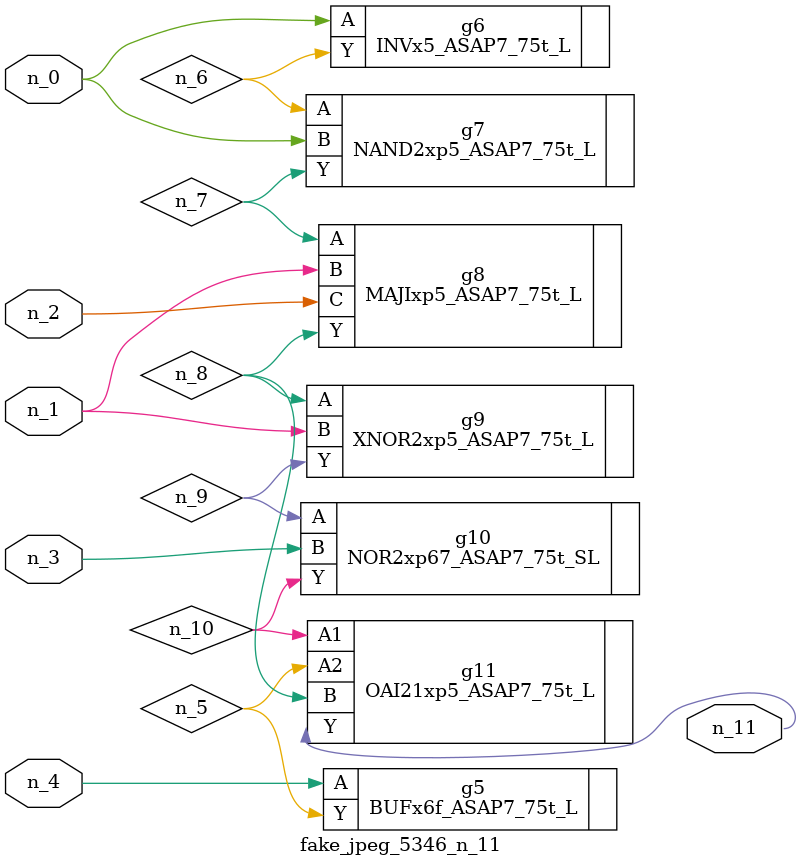
<source format=v>
module fake_jpeg_5346_n_11 (n_3, n_2, n_1, n_0, n_4, n_11);

input n_3;
input n_2;
input n_1;
input n_0;
input n_4;

output n_11;

wire n_10;
wire n_8;
wire n_9;
wire n_6;
wire n_5;
wire n_7;

BUFx6f_ASAP7_75t_L g5 ( 
.A(n_4),
.Y(n_5)
);

INVx5_ASAP7_75t_L g6 ( 
.A(n_0),
.Y(n_6)
);

NAND2xp5_ASAP7_75t_L g7 ( 
.A(n_6),
.B(n_0),
.Y(n_7)
);

MAJIxp5_ASAP7_75t_L g8 ( 
.A(n_7),
.B(n_1),
.C(n_2),
.Y(n_8)
);

XNOR2xp5_ASAP7_75t_L g9 ( 
.A(n_8),
.B(n_1),
.Y(n_9)
);

NOR2xp67_ASAP7_75t_SL g10 ( 
.A(n_9),
.B(n_3),
.Y(n_10)
);

OAI21xp5_ASAP7_75t_L g11 ( 
.A1(n_10),
.A2(n_5),
.B(n_8),
.Y(n_11)
);


endmodule
</source>
